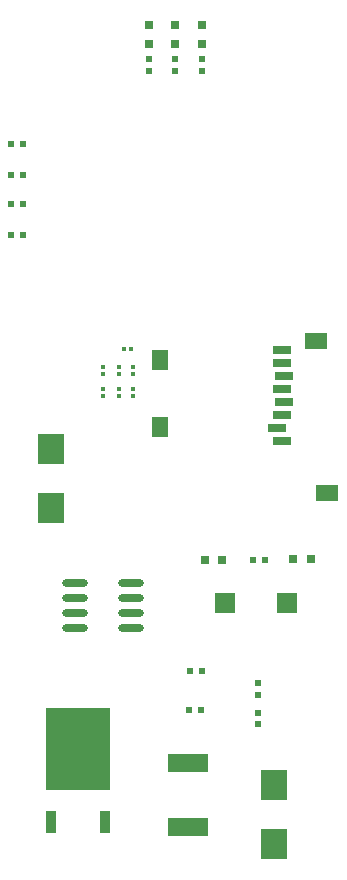
<source format=gbp>
G04 Layer_Color=128*
%FSLAX24Y24*%
%MOIN*%
G70*
G01*
G75*
%ADD11R,0.0236X0.0197*%
%ADD14R,0.0118X0.0118*%
%ADD17R,0.0118X0.0118*%
%ADD35O,0.0866X0.0236*%
%ADD36R,0.0866X0.1024*%
%ADD37R,0.0315X0.0315*%
%ADD38R,0.1378X0.0630*%
%ADD39R,0.0197X0.0236*%
%ADD40R,0.0591X0.0315*%
%ADD41R,0.0748X0.0551*%
%ADD42R,0.0551X0.0709*%
%ADD43R,0.0669X0.0709*%
%ADD44R,0.0374X0.0748*%
%ADD45R,0.2165X0.2717*%
D11*
X37579Y50246D02*
D03*
Y49852D02*
D03*
X38474Y50246D02*
D03*
Y49852D02*
D03*
X41230Y28474D02*
D03*
Y28081D02*
D03*
Y29469D02*
D03*
Y29075D02*
D03*
X39350Y50246D02*
D03*
Y49852D02*
D03*
D14*
X37067Y40000D02*
D03*
Y39764D02*
D03*
X36073Y39252D02*
D03*
Y39016D02*
D03*
X36585Y39252D02*
D03*
Y39016D02*
D03*
X37067Y39252D02*
D03*
Y39016D02*
D03*
X36073Y40000D02*
D03*
Y39764D02*
D03*
X36585Y40000D02*
D03*
Y39764D02*
D03*
D17*
X36762Y40581D02*
D03*
X36998D02*
D03*
D35*
X35118Y31278D02*
D03*
Y31778D02*
D03*
Y32278D02*
D03*
Y32778D02*
D03*
X37008Y31278D02*
D03*
Y31778D02*
D03*
Y32278D02*
D03*
Y32778D02*
D03*
D36*
X41762Y26073D02*
D03*
Y24104D02*
D03*
X34321Y35305D02*
D03*
Y37274D02*
D03*
D37*
X37579Y51388D02*
D03*
Y50758D02*
D03*
X39350Y51388D02*
D03*
Y50758D02*
D03*
X38465Y51388D02*
D03*
Y50758D02*
D03*
X42392Y33583D02*
D03*
X42982D02*
D03*
X39449Y33573D02*
D03*
X40039D02*
D03*
D38*
X38888Y26781D02*
D03*
Y24656D02*
D03*
D39*
X39350Y29852D02*
D03*
X38957D02*
D03*
X41053Y33563D02*
D03*
X41447D02*
D03*
X33002Y46407D02*
D03*
X33396D02*
D03*
Y44390D02*
D03*
X33002D02*
D03*
Y45433D02*
D03*
X33396D02*
D03*
X33002Y47411D02*
D03*
X33396D02*
D03*
X38927Y28573D02*
D03*
X39321D02*
D03*
D40*
X42028Y40555D02*
D03*
Y40122D02*
D03*
X42106Y39689D02*
D03*
X42028Y39256D02*
D03*
X42106Y38823D02*
D03*
X42028Y38390D02*
D03*
X41870Y37957D02*
D03*
X42028Y37524D02*
D03*
D41*
X43150Y40866D02*
D03*
X43543Y35787D02*
D03*
D42*
X37972Y40236D02*
D03*
Y37992D02*
D03*
D43*
X42205Y32136D02*
D03*
X40118D02*
D03*
D44*
X36114Y24813D02*
D03*
X34319D02*
D03*
D45*
X35217Y27254D02*
D03*
M02*

</source>
